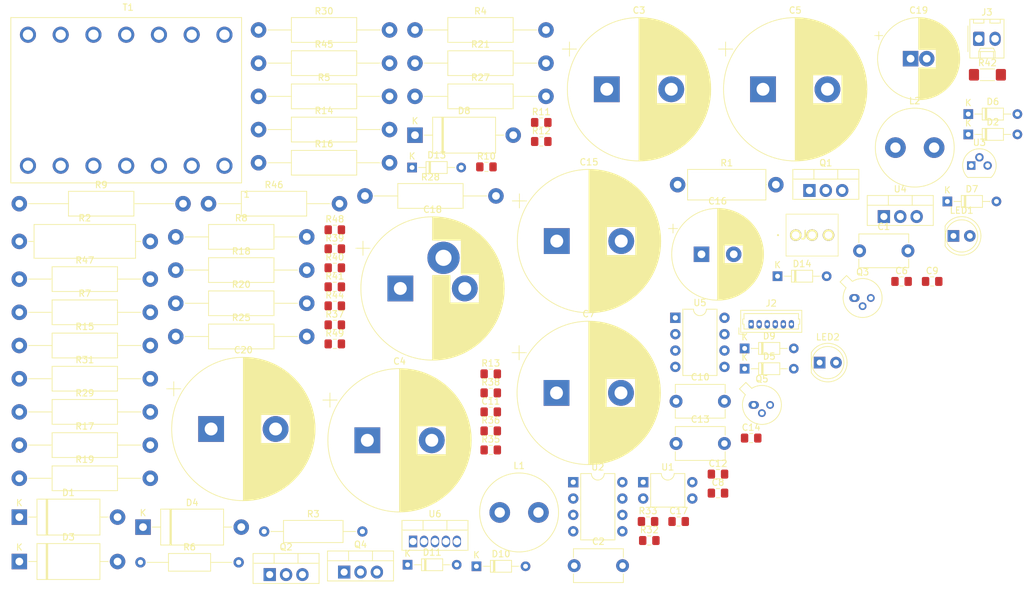
<source format=kicad_pcb>
(kicad_pcb (version 20171130) (host pcbnew "(5.1.6)-1")
  (layers (0 F.Cu signal) (31 B.Cu signal) (34 B.Paste user) (35 F.Paste user) (36 B.SilkS user) (37 F.SilkS user) (38 B.Mask user) (39 F.Mask user) (44 Edge.Cuts user))
  (net 0 "")
  (net 1 "Net-(C1-Pad2)")
  (net 2 "Net-(C1-Pad1)")
  (net 3 "Net-(C2-Pad1)")
  (net 4 "Net-(C2-Pad2)")
  (net 5 "Net-(C3-Pad1)")
  (net 6 Earth)
  (net 7 "Net-(C4-Pad1)")
  (net 8 48V)
  (net 9 TO_FB1)
  (net 10 "Net-(C8-Pad1)")
  (net 11 "Net-(C11-Pad2)")
  (net 12 "Net-(C12-Pad2)")
  (net 13 "Net-(C12-Pad1)")
  (net 14 "Net-(C13-Pad1)")
  (net 15 "Net-(C14-Pad2)")
  (net 16 "Net-(C15-Pad2)")
  (net 17 5V)
  (net 18 "Net-(C18-Pad1)")
  (net 19 OPTO_2)
  (net 20 "Net-(C20-Pad1)")
  (net 21 358IN)
  (net 22 "Net-(D2-Pad1)")
  (net 23 "Net-(D2-Pad2)")
  (net 24 "Net-(D3-Pad2)")
  (net 25 "Net-(D4-Pad1)")
  (net 26 "Net-(D5-Pad2)")
  (net 27 "Net-(D11-Pad2)")
  (net 28 "Net-(D6-Pad1)")
  (net 29 OPTO_POS+)
  (net 30 "Net-(D8-Pad1)")
  (net 31 /Qin)
  (net 32 "Net-(D9-Pad2)")
  (net 33 "Net-(D10-Pad2)")
  (net 34 "Net-(D11-Pad1)")
  (net 35 "Net-(D13-Pad1)")
  (net 36 "Net-(D13-Pad2)")
  (net 37 "Net-(J1-Pad3)")
  (net 38 "Net-(J3-Pad2)")
  (net 39 "Net-(LED1-Pad2)")
  (net 40 "Net-(LED2-Pad2)")
  (net 41 "Net-(Q3-Pad3)")
  (net 42 "Net-(Q4-Pad3)")
  (net 43 "Net-(Q5-Pad2)")
  (net 44 "Net-(R13-Pad2)")
  (net 45 "Net-(R13-Pad1)")
  (net 46 "Net-(R14-Pad1)")
  (net 47 "Net-(R14-Pad2)")
  (net 48 "Net-(R28-Pad2)")
  (net 49 "Net-(R28-Pad1)")
  (net 50 "Net-(R29-Pad1)")
  (net 51 "Net-(R29-Pad2)")
  (net 52 "Net-(R31-Pad2)")
  (net 53 /INPUTB)
  (net 54 "Net-(R37-Pad1)")
  (net 55 "Net-(R37-Pad2)")
  (net 56 "Net-(R38-Pad2)")
  (net 57 "Net-(R42-Pad1)")
  (module Capacitor_THT:C_Disc_D7.5mm_W5.0mm_P7.50mm (layer F.Cu) (at 208.660001 50.940001)
    (fp_text reference C1 (at 3.75 -3.75) (layer F.SilkS))
    (fp_text value C)
    (pad 2 thru_hole circle (at 7.5 0) (size 2 2) (drill 1) (layers *.Cu *.Mask) (net 1 "Net-(C1-Pad2)"))
    (pad 1 thru_hole circle (at 0 0) (size 2 2) (drill 1) (layers *.Cu *.Mask) (net 2 "Net-(C1-Pad1)"))
  )
  (module Capacitor_THT:C_Disc_D7.5mm_W5.0mm_P7.50mm (layer F.Cu) (at 164.390001 99.780001)
    (fp_text reference C2 (at 3.75 -3.75) (layer F.SilkS))
    (fp_text value C)
    (pad 1 thru_hole circle (at 0 0) (size 2 2) (drill 1) (layers *.Cu *.Mask) (net 3 "Net-(C2-Pad1)"))
    (pad 2 thru_hole circle (at 7.5 0) (size 2 2) (drill 1) (layers *.Cu *.Mask) (net 4 "Net-(C2-Pad2)"))
  )
  (module Capacitor_THT:CP_Radial_D22.0mm_P10.00mm_SnapIn (layer F.Cu) (at 169.444338 25.880001)
    (fp_text reference C3 (at 5 -12.25) (layer F.SilkS))
    (fp_text value CP)
    (pad 1 thru_hole rect (at 0 0) (size 4 4) (drill 2) (layers *.Cu *.Mask) (net 5 "Net-(C3-Pad1)"))
    (pad 2 thru_hole circle (at 10 0) (size 4 4) (drill 2) (layers *.Cu *.Mask) (net 6 Earth))
  )
  (module Capacitor_THT:CP_Radial_D22.0mm_P10.00mm_SnapIn (layer F.Cu) (at 132.294338 80.330001)
    (fp_text reference C4 (at 5 -12.25) (layer F.SilkS))
    (fp_text value CP)
    (pad 2 thru_hole circle (at 10 0) (size 4 4) (drill 2) (layers *.Cu *.Mask) (net 6 Earth))
    (pad 1 thru_hole rect (at 0 0) (size 4 4) (drill 2) (layers *.Cu *.Mask) (net 7 "Net-(C4-Pad1)"))
  )
  (module Capacitor_THT:CP_Radial_D22.0mm_P10.00mm_SnapIn (layer F.Cu) (at 193.674338 25.880001)
    (fp_text reference C5 (at 5 -12.25) (layer F.SilkS))
    (fp_text value CP)
    (pad 1 thru_hole rect (at 0 0) (size 4 4) (drill 2) (layers *.Cu *.Mask) (net 1 "Net-(C1-Pad2)"))
    (pad 2 thru_hole circle (at 10 0) (size 4 4) (drill 2) (layers *.Cu *.Mask) (net 6 Earth))
  )
  (module Capacitor_SMD:C_0805_2012Metric_Pad1.15x1.40mm_HandSolder (layer F.Cu) (at 215.170001 55.690001)
    (fp_text reference C6 (at 0 -1.65) (layer F.SilkS))
    (fp_text value C)
    (pad 1 smd roundrect (at -1.025 0) (size 1.15 1.4) (layers F.Cu F.Paste F.Mask) (roundrect_rratio 0.217391) (net 6 Earth))
    (pad 2 smd roundrect (at 1.025 0) (size 1.15 1.4) (layers F.Cu F.Paste F.Mask) (roundrect_rratio 0.217391) (net 8 48V))
  )
  (module Capacitor_THT:CP_Radial_D22.0mm_P10.00mm_SnapIn (layer F.Cu) (at 161.644338 72.980001)
    (fp_text reference C7 (at 5 -12.25) (layer F.SilkS))
    (fp_text value C)
    (pad 2 thru_hole circle (at 10 0) (size 4 4) (drill 2) (layers *.Cu *.Mask) (net 6 Earth))
    (pad 1 thru_hole rect (at 0 0) (size 4 4) (drill 2) (layers *.Cu *.Mask) (net 9 TO_FB1))
  )
  (module Capacitor_SMD:C_0805_2012Metric_Pad1.15x1.40mm_HandSolder (layer F.Cu) (at 186.690001 88.530001)
    (fp_text reference C8 (at 0 -1.65) (layer F.SilkS))
    (fp_text value CP)
    (pad 1 smd roundrect (at -1.025 0) (size 1.15 1.4) (layers F.Cu F.Paste F.Mask) (roundrect_rratio 0.217391) (net 10 "Net-(C8-Pad1)"))
    (pad 2 smd roundrect (at 1.025 0) (size 1.15 1.4) (layers F.Cu F.Paste F.Mask) (roundrect_rratio 0.217391) (net 6 Earth))
  )
  (module Capacitor_SMD:C_0805_2012Metric_Pad1.15x1.40mm_HandSolder (layer F.Cu) (at 219.920001 55.690001)
    (fp_text reference C9 (at 0 -1.65) (layer F.SilkS))
    (fp_text value CP)
    (pad 1 smd roundrect (at -1.025 0) (size 1.15 1.4) (layers F.Cu F.Paste F.Mask) (roundrect_rratio 0.217391) (net 9 TO_FB1))
    (pad 2 smd roundrect (at 1.025 0) (size 1.15 1.4) (layers F.Cu F.Paste F.Mask) (roundrect_rratio 0.217391) (net 6 Earth))
  )
  (module Capacitor_THT:C_Disc_D7.5mm_W5.0mm_P7.50mm (layer F.Cu) (at 180.190001 74.280001)
    (fp_text reference C10 (at 3.75 -3.75) (layer F.SilkS))
    (fp_text value C)
    (pad 1 thru_hole circle (at 0 0) (size 2 2) (drill 1) (layers *.Cu *.Mask) (net 6 Earth))
    (pad 2 thru_hole circle (at 7.5 0) (size 2 2) (drill 1) (layers *.Cu *.Mask) (net 6 Earth))
  )
  (module Capacitor_SMD:C_0805_2012Metric_Pad1.15x1.40mm_HandSolder (layer F.Cu) (at 151.440001 75.930001)
    (fp_text reference C11 (at 0 -1.65) (layer F.SilkS))
    (fp_text value C)
    (pad 1 smd roundrect (at -1.025 0) (size 1.15 1.4) (layers F.Cu F.Paste F.Mask) (roundrect_rratio 0.217391) (net 6 Earth))
    (pad 2 smd roundrect (at 1.025 0) (size 1.15 1.4) (layers F.Cu F.Paste F.Mask) (roundrect_rratio 0.217391) (net 11 "Net-(C11-Pad2)"))
  )
  (module Capacitor_SMD:C_0805_2012Metric_Pad1.15x1.40mm_HandSolder (layer F.Cu) (at 186.690001 85.580001)
    (fp_text reference C12 (at 0 -1.65) (layer F.SilkS))
    (fp_text value C)
    (pad 2 smd roundrect (at 1.025 0) (size 1.15 1.4) (layers F.Cu F.Paste F.Mask) (roundrect_rratio 0.217391) (net 12 "Net-(C12-Pad2)"))
    (pad 1 smd roundrect (at -1.025 0) (size 1.15 1.4) (layers F.Cu F.Paste F.Mask) (roundrect_rratio 0.217391) (net 13 "Net-(C12-Pad1)"))
  )
  (module Capacitor_THT:C_Disc_D7.5mm_W5.0mm_P7.50mm (layer F.Cu) (at 180.190001 80.830001)
    (fp_text reference C13 (at 3.75 -3.75) (layer F.SilkS))
    (fp_text value C)
    (pad 2 thru_hole circle (at 7.5 0) (size 2 2) (drill 1) (layers *.Cu *.Mask) (net 13 "Net-(C12-Pad1)"))
    (pad 1 thru_hole circle (at 0 0) (size 2 2) (drill 1) (layers *.Cu *.Mask) (net 14 "Net-(C13-Pad1)"))
  )
  (module Capacitor_SMD:C_0805_2012Metric_Pad1.15x1.40mm_HandSolder (layer F.Cu) (at 191.840001 79.990001)
    (fp_text reference C14 (at 0 -1.65) (layer F.SilkS))
    (fp_text value C)
    (pad 2 smd roundrect (at 1.025 0) (size 1.15 1.4) (layers F.Cu F.Paste F.Mask) (roundrect_rratio 0.217391) (net 15 "Net-(C14-Pad2)"))
    (pad 1 smd roundrect (at -1.025 0) (size 1.15 1.4) (layers F.Cu F.Paste F.Mask) (roundrect_rratio 0.217391) (net 6 Earth))
  )
  (module Capacitor_THT:CP_Radial_D22.0mm_P10.00mm_SnapIn (layer F.Cu) (at 161.684338 49.430001)
    (fp_text reference C15 (at 5 -12.25) (layer F.SilkS))
    (fp_text value C)
    (pad 2 thru_hole circle (at 10 0) (size 4 4) (drill 2) (layers *.Cu *.Mask) (net 16 "Net-(C15-Pad2)"))
    (pad 1 thru_hole rect (at 0 0) (size 4 4) (drill 2) (layers *.Cu *.Mask) (net 6 Earth))
  )
  (module Capacitor_THT:CP_Radial_D14.0mm_P5.00mm (layer F.Cu) (at 184.134544 51.480001)
    (fp_text reference C16 (at 2.5 -8.25) (layer F.SilkS))
    (fp_text value CP)
    (pad 1 thru_hole rect (at 0 0) (size 2.4 2.4) (drill 1.2) (layers *.Cu *.Mask) (net 17 5V))
    (pad 2 thru_hole circle (at 5 0) (size 2.4 2.4) (drill 1.2) (layers *.Cu *.Mask) (net 6 Earth))
  )
  (module Capacitor_SMD:C_0805_2012Metric_Pad1.15x1.40mm_HandSolder (layer F.Cu) (at 180.590001 92.930001)
    (fp_text reference C17 (at 0 -1.65) (layer F.SilkS))
    (fp_text value C)
    (pad 2 smd roundrect (at 1.025 0) (size 1.15 1.4) (layers F.Cu F.Paste F.Mask) (roundrect_rratio 0.217391) (net 6 Earth))
    (pad 1 smd roundrect (at -1.025 0) (size 1.15 1.4) (layers F.Cu F.Paste F.Mask) (roundrect_rratio 0.217391) (net 17 5V))
  )
  (module Capacitor_THT:CP_Radial_D22.0mm_P10.00mm_3pin_SnapIn (layer F.Cu) (at 137.414338 56.780001)
    (fp_text reference C18 (at 5 -12.25) (layer F.SilkS))
    (fp_text value CP)
    (pad 1 thru_hole rect (at 0 0) (size 4 4) (drill 2) (layers *.Cu *.Mask) (net 18 "Net-(C18-Pad1)"))
    (pad 2 thru_hole circle (at 10 0) (size 4 4) (drill 2) (layers *.Cu *.Mask) (net 6 Earth))
    (pad 2 thru_hole circle (at 6.7 -4.75) (size 5 5) (drill 2.5) (layers *.Cu *.Mask) (net 6 Earth))
  )
  (module Capacitor_THT:CP_Radial_D12.5mm_P2.50mm (layer F.Cu) (at 216.572083 21.130001)
    (fp_text reference C19 (at 1.25 -7.5) (layer F.SilkS))
    (fp_text value CP)
    (pad 1 thru_hole rect (at 0 0) (size 2.4 2.4) (drill 1.2) (layers *.Cu *.Mask) (net 19 OPTO_2))
    (pad 2 thru_hole circle (at 2.5 0) (size 2.4 2.4) (drill 1.2) (layers *.Cu *.Mask) (net 6 Earth))
  )
  (module Capacitor_THT:CP_Radial_D22.0mm_P10.00mm_SnapIn (layer F.Cu) (at 108.064338 78.580001)
    (fp_text reference C20 (at 5 -12.25) (layer F.SilkS))
    (fp_text value CP)
    (pad 1 thru_hole rect (at 0 0) (size 4 4) (drill 2) (layers *.Cu *.Mask) (net 20 "Net-(C20-Pad1)"))
    (pad 2 thru_hole circle (at 10 0) (size 4 4) (drill 2) (layers *.Cu *.Mask) (net 6 Earth))
  )
  (module Diode_THT:D_DO-27_P15.24mm_Horizontal (layer F.Cu) (at 78.310001 92.250001)
    (fp_text reference D1 (at 7.62 -3.785) (layer F.SilkS))
    (fp_text value 1N4007)
    (fp_text user K (at 0 -2.2) (layer F.SilkS))
    (pad 2 thru_hole oval (at 15.24 0) (size 2.4 2.4) (drill 1.2) (layers *.Cu *.Mask) (net 7 "Net-(C4-Pad1)"))
    (pad 1 thru_hole rect (at 0 0) (size 2.4 2.4) (drill 1.2) (layers *.Cu *.Mask) (net 21 358IN))
  )
  (module Diode_THT:D_DO-34_SOD68_P7.62mm_Horizontal (layer F.Cu) (at 225.520001 32.880001)
    (fp_text reference D2 (at 3.81 -1.92) (layer F.SilkS))
    (fp_text value 4148)
    (fp_text user K (at 0 -1.75) (layer F.SilkS))
    (pad 1 thru_hole rect (at 0 0) (size 1.5 1.5) (drill 0.75) (layers *.Cu *.Mask) (net 22 "Net-(D2-Pad1)"))
    (pad 2 thru_hole oval (at 7.62 0) (size 1.5 1.5) (drill 0.75) (layers *.Cu *.Mask) (net 23 "Net-(D2-Pad2)"))
  )
  (module Diode_THT:D_DO-27_P15.24mm_Horizontal (layer F.Cu) (at 78.310001 99.140001)
    (fp_text reference D3 (at 7.62 -3.785) (layer F.SilkS))
    (fp_text value 1N4007)
    (fp_text user K (at 0 -2.2) (layer F.SilkS))
    (pad 1 thru_hole rect (at 0 0) (size 2.4 2.4) (drill 1.2) (layers *.Cu *.Mask) (net 6 Earth))
    (pad 2 thru_hole oval (at 15.24 0) (size 2.4 2.4) (drill 1.2) (layers *.Cu *.Mask) (net 24 "Net-(D3-Pad2)"))
  )
  (module Diode_THT:D_DO-27_P15.24mm_Horizontal (layer F.Cu) (at 97.500001 93.800001)
    (fp_text reference D4 (at 7.62 -3.785) (layer F.SilkS))
    (fp_text value D)
    (fp_text user K (at 0 -2.2) (layer F.SilkS))
    (pad 2 thru_hole oval (at 15.24 0) (size 2.4 2.4) (drill 1.2) (layers *.Cu *.Mask) (net 2 "Net-(C1-Pad1)"))
    (pad 1 thru_hole rect (at 0 0) (size 2.4 2.4) (drill 1.2) (layers *.Cu *.Mask) (net 25 "Net-(D4-Pad1)"))
  )
  (module Diode_THT:D_DO-34_SOD68_P7.62mm_Horizontal (layer F.Cu) (at 190.830001 69.230001)
    (fp_text reference D5 (at 3.81 -1.92) (layer F.SilkS))
    (fp_text value 24V)
    (fp_text user K (at 0 -1.75) (layer F.SilkS))
    (pad 2 thru_hole oval (at 7.62 0) (size 1.5 1.5) (drill 0.75) (layers *.Cu *.Mask) (net 26 "Net-(D5-Pad2)"))
    (pad 1 thru_hole rect (at 0 0) (size 1.5 1.5) (drill 0.75) (layers *.Cu *.Mask) (net 27 "Net-(D11-Pad2)"))
  )
  (module Diode_THT:D_DO-34_SOD68_P7.62mm_Horizontal (layer F.Cu) (at 225.520001 29.730001)
    (fp_text reference D6 (at 3.81 -1.92) (layer F.SilkS))
    (fp_text value 4148)
    (fp_text user K (at 0 -1.75) (layer F.SilkS))
    (pad 2 thru_hole oval (at 7.62 0) (size 1.5 1.5) (drill 0.75) (layers *.Cu *.Mask) (net 18 "Net-(C18-Pad1)"))
    (pad 1 thru_hole rect (at 0 0) (size 1.5 1.5) (drill 0.75) (layers *.Cu *.Mask) (net 28 "Net-(D6-Pad1)"))
  )
  (module Diode_THT:D_DO-34_SOD68_P7.62mm_Horizontal (layer F.Cu) (at 222.270001 43.280001)
    (fp_text reference D7 (at 3.81 -1.92) (layer F.SilkS))
    (fp_text value 4148)
    (fp_text user K (at 0 -1.75) (layer F.SilkS))
    (pad 2 thru_hole oval (at 7.62 0) (size 1.5 1.5) (drill 0.75) (layers *.Cu *.Mask) (net 5 "Net-(C3-Pad1)"))
    (pad 1 thru_hole rect (at 0 0) (size 1.5 1.5) (drill 0.75) (layers *.Cu *.Mask) (net 29 OPTO_POS+))
  )
  (module Diode_THT:D_DO-27_P15.24mm_Horizontal (layer F.Cu) (at 139.690001 33.000001)
    (fp_text reference D8 (at 7.62 -3.785) (layer F.SilkS))
    (fp_text value DIODE)
    (fp_text user K (at 0 -2.2) (layer F.SilkS))
    (pad 1 thru_hole rect (at 0 0) (size 2.4 2.4) (drill 1.2) (layers *.Cu *.Mask) (net 30 "Net-(D8-Pad1)"))
    (pad 2 thru_hole oval (at 15.24 0) (size 2.4 2.4) (drill 1.2) (layers *.Cu *.Mask) (net 20 "Net-(C20-Pad1)"))
  )
  (module Diode_THT:D_DO-34_SOD68_P7.62mm_Horizontal (layer F.Cu) (at 190.830001 66.080001)
    (fp_text reference D9 (at 3.81 -1.92) (layer F.SilkS))
    (fp_text value 4148)
    (fp_text user K (at 0 -1.75) (layer F.SilkS))
    (pad 1 thru_hole rect (at 0 0) (size 1.5 1.5) (drill 0.75) (layers *.Cu *.Mask) (net 31 /Qin))
    (pad 2 thru_hole oval (at 7.62 0) (size 1.5 1.5) (drill 0.75) (layers *.Cu *.Mask) (net 32 "Net-(D9-Pad2)"))
  )
  (module Diode_THT:D_DO-34_SOD68_P7.62mm_Horizontal (layer F.Cu) (at 149.220001 99.880001)
    (fp_text reference D10 (at 3.81 -1.92) (layer F.SilkS))
    (fp_text value 4148)
    (fp_text user K (at 0 -1.75) (layer F.SilkS))
    (pad 1 thru_hole rect (at 0 0) (size 1.5 1.5) (drill 0.75) (layers *.Cu *.Mask) (net 31 /Qin))
    (pad 2 thru_hole oval (at 7.62 0) (size 1.5 1.5) (drill 0.75) (layers *.Cu *.Mask) (net 33 "Net-(D10-Pad2)"))
  )
  (module Diode_THT:D_DO-34_SOD68_P7.62mm_Horizontal (layer F.Cu) (at 138.540001 99.640001)
    (fp_text reference D11 (at 3.81 -1.92) (layer F.SilkS))
    (fp_text value 24V)
    (fp_text user K (at 0 -1.75) (layer F.SilkS))
    (pad 1 thru_hole rect (at 0 0) (size 1.5 1.5) (drill 0.75) (layers *.Cu *.Mask) (net 34 "Net-(D11-Pad1)"))
    (pad 2 thru_hole oval (at 7.62 0) (size 1.5 1.5) (drill 0.75) (layers *.Cu *.Mask) (net 27 "Net-(D11-Pad2)"))
  )
  (module Diode_THT:D_DO-34_SOD68_P7.62mm_Horizontal (layer F.Cu) (at 139.240001 38.020001)
    (fp_text reference D13 (at 3.81 -1.92) (layer F.SilkS))
    (fp_text value 4148)
    (fp_text user K (at 0 -1.75) (layer F.SilkS))
    (pad 1 thru_hole rect (at 0 0) (size 1.5 1.5) (drill 0.75) (layers *.Cu *.Mask) (net 35 "Net-(D13-Pad1)"))
    (pad 2 thru_hole oval (at 7.62 0) (size 1.5 1.5) (drill 0.75) (layers *.Cu *.Mask) (net 36 "Net-(D13-Pad2)"))
  )
  (module Diode_THT:D_DO-34_SOD68_P7.62mm_Horizontal (layer F.Cu) (at 195.930001 54.880001)
    (fp_text reference D14 (at 3.81 -1.92) (layer F.SilkS))
    (fp_text value 4148)
    (fp_text user K (at 0 -1.75) (layer F.SilkS))
    (pad 2 thru_hole oval (at 7.62 0) (size 1.5 1.5) (drill 0.75) (layers *.Cu *.Mask) (net 35 "Net-(D13-Pad1)"))
    (pad 1 thru_hole rect (at 0 0) (size 1.5 1.5) (drill 0.75) (layers *.Cu *.Mask) (net 31 /Qin))
  )
  (module 282834-3:2828343 (layer F.Cu) (at 198.755001 48.505001)
    (fp_text reference J1 (at 1.89 0) (layer F.SilkS) (effects (font (size 1.27 1.27) (thickness 0.254))))
    (fp_text value Screw_Terminal_01x03 hide)
    (pad 1 thru_hole circle (at 0 0 90) (size 1.8 1.8) (drill 1.2) (layers *.Cu *.Mask F.SilkS) (net 6 Earth))
    (pad 2 thru_hole circle (at 2.54 0 90) (size 1.8 1.8) (drill 1.2) (layers *.Cu *.Mask F.SilkS) (net 21 358IN))
    (pad 3 thru_hole circle (at 5.08 0 90) (size 1.8 1.8) (drill 1.2) (layers *.Cu *.Mask F.SilkS) (net 37 "Net-(J1-Pad3)"))
  )
  (module Connector_Molex:Molex_PicoBlade_53047-0610_1x06_P1.25mm_Vertical (layer F.Cu) (at 191.830001 62.330001)
    (fp_text reference J2 (at 3.12 -3.25) (layer F.SilkS))
    (fp_text value "FEMALE 06")
    (pad 1 thru_hole roundrect (at 0 0) (size 0.8 1.3) (drill 0.5) (layers *.Cu *.Mask) (net 6 Earth))
    (pad 2 thru_hole oval (at 1.25 0) (size 0.8 1.3) (drill 0.5) (layers *.Cu *.Mask) (net 17 5V))
    (pad 3 thru_hole oval (at 2.5 0) (size 0.8 1.3) (drill 0.5) (layers *.Cu *.Mask) (net 6 Earth))
    (pad 4 thru_hole oval (at 3.75 0) (size 0.8 1.3) (drill 0.5) (layers *.Cu *.Mask) (net 6 Earth))
    (pad 5 thru_hole oval (at 5 0) (size 0.8 1.3) (drill 0.5) (layers *.Cu *.Mask) (net 8 48V))
    (pad 6 thru_hole oval (at 6.25 0) (size 0.8 1.3) (drill 0.5) (layers *.Cu *.Mask) (net 8 48V))
  )
  (module Connector_Molex:Molex_KK-254_AE-6410-02A_1x02_P2.54mm_Vertical (layer F.Cu) (at 227.140001 18.050001)
    (fp_text reference J3 (at 1.27 -4.12) (layer F.SilkS))
    (fp_text value Conn_01x02)
    (pad 1 thru_hole roundrect (at 0 0) (size 1.74 2.19) (drill 1.19) (layers *.Cu *.Mask) (roundrect_rratio 0.143678) (net 6 Earth))
    (pad 2 thru_hole oval (at 2.54 0) (size 1.74 2.19) (drill 1.19) (layers *.Cu *.Mask) (net 38 "Net-(J3-Pad2)"))
  )
  (module Inductor_THT:L_Radial_D12.0mm_P6.00mm_MuRATA_1900R (layer F.Cu) (at 152.840001 91.530001)
    (fp_text reference L1 (at 3 -7.25) (layer F.SilkS))
    (fp_text value L)
    (pad 1 thru_hole circle (at 0 0) (size 3.2 3.2) (drill 1.6) (layers *.Cu *.Mask) (net 19 OPTO_2))
    (pad 2 thru_hole circle (at 6 0) (size 3.2 3.2) (drill 1.6) (layers *.Cu *.Mask) (net 8 48V))
  )
  (module Inductor_THT:L_Radial_D12.0mm_P6.00mm_MuRATA_1900R (layer F.Cu) (at 214.220001 34.930001)
    (fp_text reference L2 (at 3 -7.25) (layer F.SilkS))
    (fp_text value L)
    (pad 2 thru_hole circle (at 6 0) (size 3.2 3.2) (drill 1.6) (layers *.Cu *.Mask) (net 10 "Net-(C8-Pad1)"))
    (pad 1 thru_hole circle (at 0 0) (size 3.2 3.2) (drill 1.6) (layers *.Cu *.Mask) (net 24 "Net-(D3-Pad2)"))
  )
  (module LED_THT:LED_D5.0mm (layer F.Cu) (at 223.220001 48.630001)
    (fp_text reference LED1 (at 1.27 -3.96) (layer F.SilkS))
    (fp_text value GREEN)
    (pad 2 thru_hole circle (at 2.54 0) (size 1.8 1.8) (drill 0.9) (layers *.Cu *.Mask) (net 39 "Net-(LED1-Pad2)"))
    (pad 1 thru_hole rect (at 0 0) (size 1.8 1.8) (drill 0.9) (layers *.Cu *.Mask) (net 6 Earth))
  )
  (module LED_THT:LED_D5.0mm (layer F.Cu) (at 202.460001 68.280001)
    (fp_text reference LED2 (at 1.27 -3.96) (layer F.SilkS))
    (fp_text value GREEN)
    (pad 1 thru_hole rect (at 0 0) (size 1.8 1.8) (drill 0.9) (layers *.Cu *.Mask) (net 6 Earth))
    (pad 2 thru_hole circle (at 2.54 0) (size 1.8 1.8) (drill 0.9) (layers *.Cu *.Mask) (net 40 "Net-(LED2-Pad2)"))
  )
  (module Package_TO_SOT_THT:TO-220-3_Vertical (layer F.Cu) (at 200.880001 41.580001)
    (fp_text reference Q1 (at 2.54 -4.27) (layer F.SilkS))
    (fp_text value MBR20100CT)
    (pad 3 thru_hole oval (at 5.08 0) (size 1.905 2) (drill 1.1) (layers *.Cu *.Mask) (net 21 358IN))
    (pad 2 thru_hole oval (at 2.54 0) (size 1.905 2) (drill 1.1) (layers *.Cu *.Mask) (net 1 "Net-(C1-Pad2)"))
    (pad 1 thru_hole rect (at 0 0) (size 1.905 2) (drill 1.1) (layers *.Cu *.Mask) (net 21 358IN))
  )
  (module Package_TO_SOT_THT:TO-220-3_Vertical (layer F.Cu) (at 117.150001 101.170001)
    (fp_text reference Q2 (at 2.54 -4.27) (layer F.SilkS))
    (fp_text value MBR20100CT)
    (pad 3 thru_hole oval (at 5.08 0) (size 1.905 2) (drill 1.1) (layers *.Cu *.Mask) (net 4 "Net-(C2-Pad2)"))
    (pad 2 thru_hole oval (at 2.54 0) (size 1.905 2) (drill 1.1) (layers *.Cu *.Mask) (net 19 OPTO_2))
    (pad 1 thru_hole rect (at 0 0) (size 1.905 2) (drill 1.1) (layers *.Cu *.Mask) (net 4 "Net-(C2-Pad2)"))
  )
  (module Package_TO_SOT_THT:TO-18-3 (layer F.Cu) (at 207.859449 58.259449)
    (fp_text reference Q3 (at 1.27 -4.02) (layer F.SilkS))
    (fp_text value PN2222A)
    (pad 3 thru_hole oval (at 2.54 0) (size 1.2 1.2) (drill 0.7) (layers *.Cu *.Mask) (net 41 "Net-(Q3-Pad3)"))
    (pad 2 thru_hole oval (at 1.27 1.27) (size 1.2 1.2) (drill 0.7) (layers *.Cu *.Mask) (net 36 "Net-(D13-Pad2)"))
    (pad 1 thru_hole oval (at 0 0) (size 1.6 1.2) (drill 0.7) (layers *.Cu *.Mask) (net 6 Earth))
  )
  (module Package_TO_SOT_THT:TO-220-3_Vertical (layer F.Cu) (at 128.700001 100.780001)
    (fp_text reference Q4 (at 2.54 -4.27) (layer F.SilkS))
    (fp_text value IRF540N)
    (pad 1 thru_hole rect (at 0 0) (size 1.905 2) (drill 1.1) (layers *.Cu *.Mask) (net 22 "Net-(D2-Pad1)"))
    (pad 2 thru_hole oval (at 2.54 0) (size 1.905 2) (drill 1.1) (layers *.Cu *.Mask) (net 25 "Net-(D4-Pad1)"))
    (pad 3 thru_hole oval (at 5.08 0) (size 1.905 2) (drill 1.1) (layers *.Cu *.Mask) (net 42 "Net-(Q4-Pad3)"))
  )
  (module Package_TO_SOT_THT:TO-18-3 (layer F.Cu) (at 192.239449 74.849449)
    (fp_text reference Q5 (at 1.27 -4.02) (layer F.SilkS))
    (fp_text value PN2222A)
    (pad 1 thru_hole oval (at 0 0) (size 1.6 1.2) (drill 0.7) (layers *.Cu *.Mask) (net 6 Earth))
    (pad 2 thru_hole oval (at 1.27 1.27) (size 1.2 1.2) (drill 0.7) (layers *.Cu *.Mask) (net 43 "Net-(Q5-Pad2)"))
    (pad 3 thru_hole oval (at 2.54 0) (size 1.2 1.2) (drill 0.7) (layers *.Cu *.Mask) (net 29 OPTO_POS+))
  )
  (module Resistor_THT:R_Axial_DIN0414_L11.9mm_D4.5mm_P15.24mm_Horizontal (layer F.Cu) (at 180.430001 40.680001)
    (fp_text reference R1 (at 7.62 -3.37) (layer F.SilkS))
    (fp_text value 100E)
    (pad 1 thru_hole circle (at 0 0) (size 2.4 2.4) (drill 1.2) (layers *.Cu *.Mask) (net 6 Earth))
    (pad 2 thru_hole oval (at 15.24 0) (size 2.4 2.4) (drill 1.2) (layers *.Cu *.Mask) (net 5 "Net-(C3-Pad1)"))
  )
  (module Resistor_THT:R_Axial_DIN0516_L15.5mm_D5.0mm_P20.32mm_Horizontal (layer F.Cu) (at 78.310001 49.480001)
    (fp_text reference R2 (at 10.16 -3.62) (layer F.SilkS))
    (fp_text value 10E)
    (pad 1 thru_hole circle (at 0 0) (size 2.4 2.4) (drill 1.2) (layers *.Cu *.Mask) (net 19 OPTO_2))
    (pad 2 thru_hole oval (at 20.32 0) (size 2.4 2.4) (drill 1.2) (layers *.Cu *.Mask) (net 3 "Net-(C2-Pad1)"))
  )
  (module Resistor_THT:R_Axial_DIN0309_L9.0mm_D3.2mm_P15.24mm_Horizontal (layer F.Cu) (at 116.290001 94.480001)
    (fp_text reference R3 (at 7.62 -2.72) (layer F.SilkS))
    (fp_text value "4K7 1/2W")
    (pad 1 thru_hole circle (at 0 0) (size 1.6 1.6) (drill 0.8) (layers *.Cu *.Mask) (net 1 "Net-(C1-Pad2)"))
    (pad 2 thru_hole oval (at 15.24 0) (size 1.6 1.6) (drill 0.8) (layers *.Cu *.Mask) (net 9 TO_FB1))
  )
  (module Resistor_THT:R_Axial_DIN0411_L9.9mm_D3.6mm_P20.32mm_Horizontal (layer F.Cu) (at 139.690001 16.680001)
    (fp_text reference R4 (at 10.16 -2.92) (layer F.SilkS))
    (fp_text value E15)
    (pad 2 thru_hole oval (at 20.32 0) (size 2.4 2.4) (drill 1.2) (layers *.Cu *.Mask) (net 42 "Net-(Q4-Pad3)"))
    (pad 1 thru_hole circle (at 0 0) (size 2.4 2.4) (drill 1.2) (layers *.Cu *.Mask) (net 6 Earth))
  )
  (module Resistor_THT:R_Axial_DIN0411_L9.9mm_D3.6mm_P20.32mm_Horizontal (layer F.Cu) (at 115.420001 26.980001)
    (fp_text reference R5 (at 10.16 -2.92) (layer F.SilkS))
    (fp_text value 2E2)
    (pad 2 thru_hole oval (at 20.32 0) (size 2.4 2.4) (drill 1.2) (layers *.Cu *.Mask) (net 9 TO_FB1))
    (pad 1 thru_hole circle (at 0 0) (size 2.4 2.4) (drill 1.2) (layers *.Cu *.Mask) (net 18 "Net-(C18-Pad1)"))
  )
  (module Resistor_THT:R_Axial_DIN0207_L6.3mm_D2.5mm_P15.24mm_Horizontal (layer F.Cu) (at 97.100001 99.270001)
    (fp_text reference R6 (at 7.62 -2.37) (layer F.SilkS))
    (fp_text value 47K)
    (pad 1 thru_hole circle (at 0 0) (size 1.6 1.6) (drill 0.8) (layers *.Cu *.Mask) (net 1 "Net-(C1-Pad2)"))
    (pad 2 thru_hole oval (at 15.24 0) (size 1.6 1.6) (drill 0.8) (layers *.Cu *.Mask) (net 2 "Net-(C1-Pad1)"))
  )
  (module Resistor_THT:R_Axial_DIN0411_L9.9mm_D3.6mm_P20.32mm_Horizontal (layer F.Cu) (at 78.310001 60.480001)
    (fp_text reference R7 (at 10.16 -2.92) (layer F.SilkS))
    (fp_text value 100E)
    (pad 2 thru_hole oval (at 20.32 0) (size 2.4 2.4) (drill 1.2) (layers *.Cu *.Mask) (net 11 "Net-(C11-Pad2)"))
    (pad 1 thru_hole circle (at 0 0) (size 2.4 2.4) (drill 1.2) (layers *.Cu *.Mask) (net 29 OPTO_POS+))
  )
  (module Resistor_THT:R_Axial_DIN0411_L9.9mm_D3.6mm_P20.32mm_Horizontal (layer F.Cu) (at 102.580001 48.780001)
    (fp_text reference R8 (at 10.16 -2.92) (layer F.SilkS))
    (fp_text value 12K)
    (pad 2 thru_hole oval (at 20.32 0) (size 2.4 2.4) (drill 1.2) (layers *.Cu *.Mask) (net 8 48V))
    (pad 1 thru_hole circle (at 0 0) (size 2.4 2.4) (drill 1.2) (layers *.Cu *.Mask) (net 39 "Net-(LED1-Pad2)"))
  )
  (module Resistor_THT:R_Axial_DIN0411_L9.9mm_D3.6mm_P25.40mm_Horizontal (layer F.Cu) (at 78.310001 43.630001)
    (fp_text reference R9 (at 12.7 -2.92) (layer F.SilkS))
    (fp_text value 18K)
    (pad 1 thru_hole circle (at 0 0) (size 2.4 2.4) (drill 1.2) (layers *.Cu *.Mask) (net 44 "Net-(R13-Pad2)"))
    (pad 2 thru_hole oval (at 25.4 0) (size 2.4 2.4) (drill 1.2) (layers *.Cu *.Mask) (net 8 48V))
  )
  (module Resistor_SMD:R_0805_2012Metric_Pad1.15x1.40mm_HandSolder (layer F.Cu) (at 150.770001 37.920001)
    (fp_text reference R10 (at 0 -1.65) (layer F.SilkS))
    (fp_text value R)
    (pad 2 smd roundrect (at 1.025 0) (size 1.15 1.4) (layers F.Cu F.Paste F.Mask) (roundrect_rratio 0.217391) (net 22 "Net-(D2-Pad1)"))
    (pad 1 smd roundrect (at -1.025 0) (size 1.15 1.4) (layers F.Cu F.Paste F.Mask) (roundrect_rratio 0.217391) (net 23 "Net-(D2-Pad2)"))
  )
  (module Resistor_SMD:R_0805_2012Metric_Pad1.15x1.40mm_HandSolder (layer F.Cu) (at 159.280001 31.030001)
    (fp_text reference R11 (at 0 -1.65) (layer F.SilkS))
    (fp_text value 10K)
    (pad 1 smd roundrect (at -1.025 0) (size 1.15 1.4) (layers F.Cu F.Paste F.Mask) (roundrect_rratio 0.217391) (net 36 "Net-(D13-Pad2)"))
    (pad 2 smd roundrect (at 1.025 0) (size 1.15 1.4) (layers F.Cu F.Paste F.Mask) (roundrect_rratio 0.217391) (net 6 Earth))
  )
  (module Resistor_SMD:R_0805_2012Metric_Pad1.15x1.40mm_HandSolder (layer F.Cu) (at 159.280001 33.980001)
    (fp_text reference R12 (at 0 -1.65) (layer F.SilkS))
    (fp_text value 1k2)
    (pad 2 smd roundrect (at 1.025 0) (size 1.15 1.4) (layers F.Cu F.Paste F.Mask) (roundrect_rratio 0.217391) (net 40 "Net-(LED2-Pad2)"))
    (pad 1 smd roundrect (at -1.025 0) (size 1.15 1.4) (layers F.Cu F.Paste F.Mask) (roundrect_rratio 0.217391) (net 17 5V))
  )
  (module Resistor_SMD:R_0805_2012Metric_Pad1.15x1.40mm_HandSolder (layer F.Cu) (at 151.440001 70.030001)
    (fp_text reference R13 (at 0 -1.65) (layer F.SilkS))
    (fp_text value 10K)
    (pad 1 smd roundrect (at -1.025 0) (size 1.15 1.4) (layers F.Cu F.Paste F.Mask) (roundrect_rratio 0.217391) (net 45 "Net-(R13-Pad1)"))
    (pad 2 smd roundrect (at 1.025 0) (size 1.15 1.4) (layers F.Cu F.Paste F.Mask) (roundrect_rratio 0.217391) (net 44 "Net-(R13-Pad2)"))
  )
  (module Resistor_THT:R_Axial_DIN0411_L9.9mm_D3.6mm_P20.32mm_Horizontal (layer F.Cu) (at 115.420001 32.130001)
    (fp_text reference R14 (at 10.16 -2.92) (layer F.SilkS))
    (fp_text value 10K)
    (pad 1 thru_hole circle (at 0 0) (size 2.4 2.4) (drill 1.2) (layers *.Cu *.Mask) (net 46 "Net-(R14-Pad1)"))
    (pad 2 thru_hole oval (at 20.32 0) (size 2.4 2.4) (drill 1.2) (layers *.Cu *.Mask) (net 47 "Net-(R14-Pad2)"))
  )
  (module Resistor_THT:R_Axial_DIN0411_L9.9mm_D3.6mm_P20.32mm_Horizontal (layer F.Cu) (at 78.310001 65.630001)
    (fp_text reference R15 (at 10.16 -2.92) (layer F.SilkS))
    (fp_text value 10K)
    (pad 2 thru_hole oval (at 20.32 0) (size 2.4 2.4) (drill 1.2) (layers *.Cu *.Mask) (net 42 "Net-(Q4-Pad3)"))
    (pad 1 thru_hole circle (at 0 0) (size 2.4 2.4) (drill 1.2) (layers *.Cu *.Mask) (net 22 "Net-(D2-Pad1)"))
  )
  (module Resistor_THT:R_Axial_DIN0411_L9.9mm_D3.6mm_P20.32mm_Horizontal (layer F.Cu) (at 115.420001 37.280001)
    (fp_text reference R16 (at 10.16 -2.92) (layer F.SilkS))
    (fp_text value 2K2)
    (pad 1 thru_hole circle (at 0 0) (size 2.4 2.4) (drill 1.2) (layers *.Cu *.Mask) (net 26 "Net-(D5-Pad2)"))
    (pad 2 thru_hole oval (at 20.32 0) (size 2.4 2.4) (drill 1.2) (layers *.Cu *.Mask) (net 12 "Net-(C12-Pad2)"))
  )
  (module Resistor_THT:R_Axial_DIN0411_L9.9mm_D3.6mm_P20.32mm_Horizontal (layer F.Cu) (at 78.310001 81.080001)
    (fp_text reference R17 (at 10.16 -2.92) (layer F.SilkS))
    (fp_text value 1M)
    (pad 1 thru_hole circle (at 0 0) (size 2.4 2.4) (drill 1.2) (layers *.Cu *.Mask) (net 12 "Net-(C12-Pad2)"))
    (pad 2 thru_hole oval (at 20.32 0) (size 2.4 2.4) (drill 1.2) (layers *.Cu *.Mask) (net 13 "Net-(C12-Pad1)"))
  )
  (module Resistor_THT:R_Axial_DIN0411_L9.9mm_D3.6mm_P20.32mm_Horizontal (layer F.Cu) (at 102.580001 53.930001)
    (fp_text reference R18 (at 10.16 -2.92) (layer F.SilkS))
    (fp_text value 1K)
    (pad 1 thru_hole circle (at 0 0) (size 2.4 2.4) (drill 1.2) (layers *.Cu *.Mask) (net 16 "Net-(C15-Pad2)"))
    (pad 2 thru_hole oval (at 20.32 0) (size 2.4 2.4) (drill 1.2) (layers *.Cu *.Mask) (net 42 "Net-(Q4-Pad3)"))
  )
  (module Resistor_THT:R_Axial_DIN0411_L9.9mm_D3.6mm_P20.32mm_Horizontal (layer F.Cu) (at 78.310001 86.230001)
    (fp_text reference R19 (at 10.16 -2.92) (layer F.SilkS))
    (fp_text value 470E)
    (pad 2 thru_hole oval (at 20.32 0) (size 2.4 2.4) (drill 1.2) (layers *.Cu *.Mask) (net 34 "Net-(D11-Pad1)"))
    (pad 1 thru_hole circle (at 0 0) (size 2.4 2.4) (drill 1.2) (layers *.Cu *.Mask) (net 19 OPTO_2))
  )
  (module Resistor_THT:R_Axial_DIN0411_L9.9mm_D3.6mm_P20.32mm_Horizontal (layer F.Cu) (at 102.580001 59.080001)
    (fp_text reference R20 (at 10.16 -2.92) (layer F.SilkS))
    (fp_text value 100E)
    (pad 1 thru_hole circle (at 0 0) (size 2.4 2.4) (drill 1.2) (layers *.Cu *.Mask) (net 14 "Net-(C13-Pad1)"))
    (pad 2 thru_hole oval (at 20.32 0) (size 2.4 2.4) (drill 1.2) (layers *.Cu *.Mask) (net 12 "Net-(C12-Pad2)"))
  )
  (module Resistor_THT:R_Axial_DIN0411_L9.9mm_D3.6mm_P20.32mm_Horizontal (layer F.Cu) (at 139.690001 21.830001)
    (fp_text reference R21 (at 10.16 -2.92) (layer F.SilkS))
    (fp_text value R)
    (pad 1 thru_hole circle (at 0 0) (size 2.4 2.4) (drill 1.2) (layers *.Cu *.Mask) (net 6 Earth))
    (pad 2 thru_hole oval (at 20.32 0) (size 2.4 2.4) (drill 1.2) (layers *.Cu *.Mask) (net 13 "Net-(C12-Pad1)"))
  )
  (module Resistor_THT:R_Axial_DIN0411_L9.9mm_D3.6mm_P20.32mm_Horizontal (layer F.Cu) (at 102.580001 64.230001)
    (fp_text reference R25 (at 10.16 -2.92) (layer F.SilkS))
    (fp_text value 1K)
    (pad 2 thru_hole oval (at 20.32 0) (size 2.4 2.4) (drill 1.2) (layers *.Cu *.Mask) (net 45 "Net-(R13-Pad1)"))
    (pad 1 thru_hole circle (at 0 0) (size 2.4 2.4) (drill 1.2) (layers *.Cu *.Mask) (net 13 "Net-(C12-Pad1)"))
  )
  (module Resistor_THT:R_Axial_DIN0411_L9.9mm_D3.6mm_P20.32mm_Horizontal (layer F.Cu) (at 139.690001 26.980001)
    (fp_text reference R27 (at 10.16 -2.92) (layer F.SilkS))
    (fp_text value 100E)
    (pad 1 thru_hole circle (at 0 0) (size 2.4 2.4) (drill 1.2) (layers *.Cu *.Mask) (net 15 "Net-(C14-Pad2)"))
    (pad 2 thru_hole oval (at 20.32 0) (size 2.4 2.4) (drill 1.2) (layers *.Cu *.Mask) (net 47 "Net-(R14-Pad2)"))
  )
  (module Resistor_THT:R_Axial_DIN0411_L9.9mm_D3.6mm_P20.32mm_Horizontal (layer F.Cu) (at 131.930001 42.430001)
    (fp_text reference R28 (at 10.16 -2.92) (layer F.SilkS))
    (fp_text value 10K)
    (pad 2 thru_hole oval (at 20.32 0) (size 2.4 2.4) (drill 1.2) (layers *.Cu *.Mask) (net 48 "Net-(R28-Pad2)"))
    (pad 1 thru_hole circle (at 0 0) (size 2.4 2.4) (drill 1.2) (layers *.Cu *.Mask) (net 49 "Net-(R28-Pad1)"))
  )
  (module Resistor_THT:R_Axial_DIN0411_L9.9mm_D3.6mm_P20.32mm_Horizontal (layer F.Cu) (at 78.310001 75.930001)
    (fp_text reference R29 (at 10.16 -2.92) (layer F.SilkS))
    (fp_text value 10K)
    (pad 1 thru_hole circle (at 0 0) (size 2.4 2.4) (drill 1.2) (layers *.Cu *.Mask) (net 50 "Net-(R29-Pad1)"))
    (pad 2 thru_hole oval (at 20.32 0) (size 2.4 2.4) (drill 1.2) (layers *.Cu *.Mask) (net 51 "Net-(R29-Pad2)"))
  )
  (module Resistor_THT:R_Axial_DIN0411_L9.9mm_D3.6mm_P20.32mm_Horizontal (layer F.Cu) (at 115.420001 16.680001)
    (fp_text reference R30 (at 10.16 -2.92) (layer F.SilkS))
    (fp_text value 100E)
    (pad 1 thru_hole circle (at 0 0) (size 2.4 2.4) (drill 1.2) (layers *.Cu *.Mask) (net 49 "Net-(R28-Pad1)"))
    (pad 2 thru_hole oval (at 20.32 0) (size 2.4 2.4) (drill 1.2) (layers *.Cu *.Mask) (net 6 Earth))
  )
  (module Resistor_THT:R_Axial_DIN0411_L9.9mm_D3.6mm_P20.32mm_Horizontal (layer F.Cu) (at 78.310001 70.780001)
    (fp_text reference R31 (at 10.16 -2.92) (layer F.SilkS))
    (fp_text value 1K5)
    (pad 1 thru_hole circle (at 0 0) (size 2.4 2.4) (drill 1.2) (layers *.Cu *.Mask) (net 7 "Net-(C4-Pad1)"))
    (pad 2 thru_hole oval (at 20.32 0) (size 2.4 2.4) (drill 1.2) (layers *.Cu *.Mask) (net 52 "Net-(R31-Pad2)"))
  )
  (module Resistor_SMD:R_0805_2012Metric_Pad1.15x1.40mm_HandSolder (layer F.Cu) (at 176.040001 95.880001)
    (fp_text reference R32 (at 0 -1.65) (layer F.SilkS))
    (fp_text value 27K)
    (pad 2 smd roundrect (at 1.025 0) (size 1.15 1.4) (layers F.Cu F.Paste F.Mask) (roundrect_rratio 0.217391) (net 52 "Net-(R31-Pad2)"))
    (pad 1 smd roundrect (at -1.025 0) (size 1.15 1.4) (layers F.Cu F.Paste F.Mask) (roundrect_rratio 0.217391) (net 51 "Net-(R29-Pad2)"))
  )
  (module Resistor_SMD:R_0805_2012Metric_Pad1.15x1.40mm_HandSolder (layer F.Cu) (at 175.840001 92.930001)
    (fp_text reference R33 (at 0 -1.65) (layer F.SilkS))
    (fp_text value 15K)
    (pad 1 smd roundrect (at -1.025 0) (size 1.15 1.4) (layers F.Cu F.Paste F.Mask) (roundrect_rratio 0.217391) (net 6 Earth))
    (pad 2 smd roundrect (at 1.025 0) (size 1.15 1.4) (layers F.Cu F.Paste F.Mask) (roundrect_rratio 0.217391) (net 51 "Net-(R29-Pad2)"))
  )
  (module Resistor_SMD:R_0805_2012Metric_Pad1.15x1.40mm_HandSolder (layer F.Cu) (at 151.440001 81.830001)
    (fp_text reference R35 (at 0 -1.65) (layer F.SilkS))
    (fp_text value 15K)
    (pad 1 smd roundrect (at -1.025 0) (size 1.15 1.4) (layers F.Cu F.Paste F.Mask) (roundrect_rratio 0.217391) (net 10 "Net-(C8-Pad1)"))
    (pad 2 smd roundrect (at 1.025 0) (size 1.15 1.4) (layers F.Cu F.Paste F.Mask) (roundrect_rratio 0.217391) (net 49 "Net-(R28-Pad1)"))
  )
  (module Resistor_SMD:R_0805_2012Metric_Pad1.15x1.40mm_HandSolder (layer F.Cu) (at 151.440001 78.880001)
    (fp_text reference R36 (at 0 -1.65) (layer F.SilkS))
    (fp_text value 10K)
    (pad 2 smd roundrect (at 1.025 0) (size 1.15 1.4) (layers F.Cu F.Paste F.Mask) (roundrect_rratio 0.217391) (net 53 /INPUTB))
    (pad 1 smd roundrect (at -1.025 0) (size 1.15 1.4) (layers F.Cu F.Paste F.Mask) (roundrect_rratio 0.217391) (net 49 "Net-(R28-Pad1)"))
  )
  (module Resistor_SMD:R_0805_2012Metric_Pad1.15x1.40mm_HandSolder (layer F.Cu) (at 127.250001 62.430001)
    (fp_text reference R37 (at 0 -1.65) (layer F.SilkS))
    (fp_text value 10K)
    (pad 1 smd roundrect (at -1.025 0) (size 1.15 1.4) (layers F.Cu F.Paste F.Mask) (roundrect_rratio 0.217391) (net 54 "Net-(R37-Pad1)"))
    (pad 2 smd roundrect (at 1.025 0) (size 1.15 1.4) (layers F.Cu F.Paste F.Mask) (roundrect_rratio 0.217391) (net 55 "Net-(R37-Pad2)"))
  )
  (module Resistor_SMD:R_0805_2012Metric_Pad1.15x1.40mm_HandSolder (layer F.Cu) (at 151.440001 72.980001)
    (fp_text reference R38 (at 0 -1.65) (layer F.SilkS))
    (fp_text value 27K)
    (pad 2 smd roundrect (at 1.025 0) (size 1.15 1.4) (layers F.Cu F.Paste F.Mask) (roundrect_rratio 0.217391) (net 56 "Net-(R38-Pad2)"))
    (pad 1 smd roundrect (at -1.025 0) (size 1.15 1.4) (layers F.Cu F.Paste F.Mask) (roundrect_rratio 0.217391) (net 55 "Net-(R37-Pad2)"))
  )
  (module Resistor_SMD:R_0805_2012Metric_Pad1.15x1.40mm_HandSolder (layer F.Cu) (at 127.250001 50.630001)
    (fp_text reference R39 (at 0 -1.65) (layer F.SilkS))
    (fp_text value 15K)
    (pad 1 smd roundrect (at -1.025 0) (size 1.15 1.4) (layers F.Cu F.Paste F.Mask) (roundrect_rratio 0.217391) (net 6 Earth))
    (pad 2 smd roundrect (at 1.025 0) (size 1.15 1.4) (layers F.Cu F.Paste F.Mask) (roundrect_rratio 0.217391) (net 55 "Net-(R37-Pad2)"))
  )
  (module Resistor_SMD:R_0805_2012Metric_Pad1.15x1.40mm_HandSolder (layer F.Cu) (at 127.250001 53.580001)
    (fp_text reference R40 (at 0 -1.65) (layer F.SilkS))
    (fp_text value 10K)
    (pad 2 smd roundrect (at 1.025 0) (size 1.15 1.4) (layers F.Cu F.Paste F.Mask) (roundrect_rratio 0.217391) (net 6 Earth))
    (pad 1 smd roundrect (at -1.025 0) (size 1.15 1.4) (layers F.Cu F.Paste F.Mask) (roundrect_rratio 0.217391) (net 43 "Net-(Q5-Pad2)"))
  )
  (module Resistor_SMD:R_0805_2012Metric_Pad1.15x1.40mm_HandSolder (layer F.Cu) (at 127.250001 56.530001)
    (fp_text reference R41 (at 0 -1.65) (layer F.SilkS))
    (fp_text value 47K)
    (pad 1 smd roundrect (at -1.025 0) (size 1.15 1.4) (layers F.Cu F.Paste F.Mask) (roundrect_rratio 0.217391) (net 7 "Net-(C4-Pad1)"))
    (pad 2 smd roundrect (at 1.025 0) (size 1.15 1.4) (layers F.Cu F.Paste F.Mask) (roundrect_rratio 0.217391) (net 56 "Net-(R38-Pad2)"))
  )
  (module Resistor_SMD:R_1806_4516Metric_Pad1.57x1.80mm_HandSolder (layer F.Cu) (at 228.490001 23.630001)
    (fp_text reference R42 (at 0 -1.85) (layer F.SilkS))
    (fp_text value 12K)
    (pad 1 smd roundrect (at -2.0875 0) (size 1.575 1.8) (layers F.Cu F.Paste F.Mask) (roundrect_rratio 0.15873) (net 57 "Net-(R42-Pad1)"))
    (pad 2 smd roundrect (at 2.0875 0) (size 1.575 1.8) (layers F.Cu F.Paste F.Mask) (roundrect_rratio 0.15873) (net 10 "Net-(C8-Pad1)"))
  )
  (module Resistor_SMD:R_0805_2012Metric_Pad1.15x1.40mm_HandSolder (layer F.Cu) (at 127.250001 59.480001)
    (fp_text reference R44 (at 0 -1.65) (layer F.SilkS))
    (fp_text value 394K)
    (pad 2 smd roundrect (at 1.025 0) (size 1.15 1.4) (layers F.Cu F.Paste F.Mask) (roundrect_rratio 0.217391) (net 32 "Net-(D9-Pad2)"))
    (pad 1 smd roundrect (at -1.025 0) (size 1.15 1.4) (layers F.Cu F.Paste F.Mask) (roundrect_rratio 0.217391) (net 50 "Net-(R29-Pad1)"))
  )
  (module Resistor_THT:R_Axial_DIN0411_L9.9mm_D3.6mm_P20.32mm_Horizontal (layer F.Cu) (at 115.420001 21.830001)
    (fp_text reference R45 (at 10.16 -2.92) (layer F.SilkS))
    (fp_text value 270K)
    (pad 2 thru_hole oval (at 20.32 0) (size 2.4 2.4) (drill 1.2) (layers *.Cu *.Mask) (net 33 "Net-(D10-Pad2)"))
    (pad 1 thru_hole circle (at 0 0) (size 2.4 2.4) (drill 1.2) (layers *.Cu *.Mask) (net 53 /INPUTB))
  )
  (module Resistor_THT:R_Axial_DIN0411_L9.9mm_D3.6mm_P20.32mm_Horizontal (layer F.Cu) (at 107.660001 43.630001)
    (fp_text reference R46 (at 10.16 -2.92) (layer F.SilkS))
    (fp_text value 10K)
    (pad 2 thru_hole oval (at 20.32 0) (size 2.4 2.4) (drill 1.2) (layers *.Cu *.Mask) (net 43 "Net-(Q5-Pad2)"))
    (pad 1 thru_hole circle (at 0 0) (size 2.4 2.4) (drill 1.2) (layers *.Cu *.Mask) (net 57 "Net-(R42-Pad1)"))
  )
  (module Resistor_THT:R_Axial_DIN0411_L9.9mm_D3.6mm_P20.32mm_Horizontal (layer F.Cu) (at 78.310001 55.330001)
    (fp_text reference R47 (at 10.16 -2.92) (layer F.SilkS))
    (fp_text value 1K)
    (pad 1 thru_hole circle (at 0 0) (size 2.4 2.4) (drill 1.2) (layers *.Cu *.Mask) (net 41 "Net-(Q3-Pad3)"))
    (pad 2 thru_hole oval (at 20.32 0) (size 2.4 2.4) (drill 1.2) (layers *.Cu *.Mask) (net 57 "Net-(R42-Pad1)"))
  )
  (module Resistor_SMD:R_0805_2012Metric_Pad1.15x1.40mm_HandSolder (layer F.Cu) (at 127.250001 47.680001)
    (fp_text reference R48 (at 0 -1.65) (layer F.SilkS))
    (fp_text value 4K7)
    (pad 1 smd roundrect (at -1.025 0) (size 1.15 1.4) (layers F.Cu F.Paste F.Mask) (roundrect_rratio 0.217391) (net 31 /Qin))
    (pad 2 smd roundrect (at 1.025 0) (size 1.15 1.4) (layers F.Cu F.Paste F.Mask) (roundrect_rratio 0.217391) (net 6 Earth))
  )
  (module Resistor_SMD:R_0805_2012Metric_Pad1.15x1.40mm_HandSolder (layer F.Cu) (at 127.250001 65.380001)
    (fp_text reference R49 (at 0 -1.65) (layer F.SilkS))
    (fp_text value 4K7)
    (pad 2 smd roundrect (at 1.025 0) (size 1.15 1.4) (layers F.Cu F.Paste F.Mask) (roundrect_rratio 0.217391) (net 38 "Net-(J3-Pad2)"))
    (pad 1 smd roundrect (at -1.025 0) (size 1.15 1.4) (layers F.Cu F.Paste F.Mask) (roundrect_rratio 0.217391) (net 32 "Net-(D9-Pad2)"))
  )
  (module Transformer_THT:Transformer_EPCOS_B66359J1014T_Vertical (layer F.Cu) (at 110.130001 37.740001)
    (fp_text reference T1 (at -14.94 -24.56) (layer F.SilkS))
    (fp_text value SM_FB)
    (fp_text user 1 (at 3.46 4.44) (layer F.SilkS))
    (pad 13 thru_hole circle (at -30.48 0) (size 2.5 2.5) (drill 1.6) (layers *.Cu *.Mask))
    (pad 11 thru_hole circle (at -25.4 0) (size 2.5 2.5) (drill 1.6) (layers *.Cu *.Mask))
    (pad 9 thru_hole circle (at -20.32 0) (size 2.5 2.5) (drill 1.6) (layers *.Cu *.Mask))
    (pad 5 thru_hole circle (at -10.16 0) (size 2.5 2.5) (drill 1.6) (layers *.Cu *.Mask) (net 4 "Net-(C2-Pad2)"))
    (pad 3 thru_hole circle (at -5.08 0) (size 2.5 2.5) (drill 1.6) (layers *.Cu *.Mask) (net 25 "Net-(D4-Pad1)"))
    (pad 1 thru_hole circle (at 0 0) (size 2.5 2.5) (drill 1.6) (layers *.Cu *.Mask) (net 28 "Net-(D6-Pad1)"))
    (pad 14 thru_hole circle (at -30.48 -20.32) (size 2.5 2.5) (drill 1.6) (layers *.Cu *.Mask))
    (pad 12 thru_hole circle (at -25.4 -20.32) (size 2.5 2.5) (drill 1.6) (layers *.Cu *.Mask))
    (pad 10 thru_hole circle (at -20.32 -20.32) (size 2.5 2.5) (drill 1.6) (layers *.Cu *.Mask))
    (pad 8 thru_hole circle (at -15.24 -20.32) (size 2.5 2.5) (drill 1.6) (layers *.Cu *.Mask))
    (pad 6 thru_hole circle (at -10.16 -20.32) (size 2.5 2.5) (drill 1.6) (layers *.Cu *.Mask) (net 30 "Net-(D8-Pad1)"))
    (pad 4 thru_hole circle (at -5.08 -20.32) (size 2.5 2.5) (drill 1.6) (layers *.Cu *.Mask) (net 1 "Net-(C1-Pad2)"))
    (pad 2 thru_hole circle (at 0 -20.32) (size 2.5 2.5) (drill 1.6) (layers *.Cu *.Mask) (net 6 Earth))
    (pad 7 thru_hole circle (at -15.24 0) (size 2.5 2.5) (drill 1.6) (layers *.Cu *.Mask) (net 6 Earth))
  )
  (module Package_DIP:DIP-4_W7.62mm (layer F.Cu) (at 175.090001 86.830001)
    (fp_text reference U1 (at 3.81 -2.33) (layer F.SilkS))
    (fp_text value EL817)
    (pad 1 thru_hole rect (at 0 0) (size 1.6 1.6) (drill 0.8) (layers *.Cu *.Mask) (net 26 "Net-(D5-Pad2)"))
    (pad 3 thru_hole oval (at 7.62 2.54) (size 1.6 1.6) (drill 0.8) (layers *.Cu *.Mask) (net 6 Earth))
    (pad 2 thru_hole oval (at 0 2.54) (size 1.6 1.6) (drill 0.8) (layers *.Cu *.Mask) (net 12 "Net-(C12-Pad2)"))
    (pad 4 thru_hole oval (at 7.62 0) (size 1.6 1.6) (drill 0.8) (layers *.Cu *.Mask) (net 29 OPTO_POS+))
  )
  (module Package_DIP:DIP-8_W7.62mm (layer F.Cu) (at 164.240001 86.830001)
    (fp_text reference U2 (at 3.81 -2.33) (layer F.SilkS))
    (fp_text value UC3843_DIP8)
    (pad 1 thru_hole rect (at 0 0) (size 1.6 1.6) (drill 0.8) (layers *.Cu *.Mask) (net 29 OPTO_POS+))
    (pad 5 thru_hole oval (at 7.62 7.62) (size 1.6 1.6) (drill 0.8) (layers *.Cu *.Mask) (net 6 Earth))
    (pad 2 thru_hole oval (at 0 2.54) (size 1.6 1.6) (drill 0.8) (layers *.Cu *.Mask) (net 6 Earth))
    (pad 6 thru_hole oval (at 7.62 5.08) (size 1.6 1.6) (drill 0.8) (layers *.Cu *.Mask) (net 23 "Net-(D2-Pad2)"))
    (pad 3 thru_hole oval (at 0 5.08) (size 1.6 1.6) (drill 0.8) (layers *.Cu *.Mask) (net 16 "Net-(C15-Pad2)"))
    (pad 7 thru_hole oval (at 7.62 2.54) (size 1.6 1.6) (drill 0.8) (layers *.Cu *.Mask) (net 9 TO_FB1))
    (pad 4 thru_hole oval (at 0 7.62) (size 1.6 1.6) (drill 0.8) (layers *.Cu *.Mask) (net 15 "Net-(C14-Pad2)"))
    (pad 8 thru_hole oval (at 7.62 0) (size 1.6 1.6) (drill 0.8) (layers *.Cu *.Mask) (net 46 "Net-(R14-Pad1)"))
  )
  (module Package_TO_SOT_THT:TO-92 (layer F.Cu) (at 225.980001 37.710001)
    (fp_text reference U3 (at 1.27 -3.56) (layer F.SilkS))
    (fp_text value TL431D)
    (pad 2 thru_hole circle (at 1.27 -1.27 90) (size 1.3 1.3) (drill 0.75) (layers *.Cu *.Mask) (net 6 Earth))
    (pad 3 thru_hole circle (at 2.54 0 90) (size 1.3 1.3) (drill 0.75) (layers *.Cu *.Mask) (net 6 Earth))
    (pad 1 thru_hole rect (at 0 0 90) (size 1.3 1.3) (drill 0.75) (layers *.Cu *.Mask) (net 12 "Net-(C12-Pad2)"))
  )
  (module Package_TO_SOT_THT:TO-220-3_Vertical (layer F.Cu) (at 212.430001 45.630001)
    (fp_text reference U4 (at 2.54 -4.27) (layer F.SilkS))
    (fp_text value L7805)
    (pad 1 thru_hole rect (at 0 0) (size 1.905 2) (drill 1.1) (layers *.Cu *.Mask) (net 20 "Net-(C20-Pad1)"))
    (pad 2 thru_hole oval (at 2.54 0) (size 1.905 2) (drill 1.1) (layers *.Cu *.Mask) (net 6 Earth))
    (pad 3 thru_hole oval (at 5.08 0) (size 1.905 2) (drill 1.1) (layers *.Cu *.Mask) (net 17 5V))
  )
  (module Package_DIP:DIP-8_W7.62mm (layer F.Cu) (at 180.080001 61.330001)
    (fp_text reference U5 (at 3.81 -2.33) (layer F.SilkS))
    (fp_text value LM358N_NOPB)
    (pad 8 thru_hole oval (at 7.62 0) (size 1.6 1.6) (drill 0.8) (layers *.Cu *.Mask) (net 10 "Net-(C8-Pad1)"))
    (pad 4 thru_hole oval (at 0 7.62) (size 1.6 1.6) (drill 0.8) (layers *.Cu *.Mask) (net 6 Earth))
    (pad 7 thru_hole oval (at 7.62 2.54) (size 1.6 1.6) (drill 0.8) (layers *.Cu *.Mask) (net 33 "Net-(D10-Pad2)"))
    (pad 3 thru_hole oval (at 0 5.08) (size 1.6 1.6) (drill 0.8) (layers *.Cu *.Mask) (net 50 "Net-(R29-Pad1)"))
    (pad 6 thru_hole oval (at 7.62 5.08) (size 1.6 1.6) (drill 0.8) (layers *.Cu *.Mask) (net 54 "Net-(R37-Pad1)"))
    (pad 2 thru_hole oval (at 0 2.54) (size 1.6 1.6) (drill 0.8) (layers *.Cu *.Mask) (net 48 "Net-(R28-Pad2)"))
    (pad 5 thru_hole oval (at 7.62 7.62) (size 1.6 1.6) (drill 0.8) (layers *.Cu *.Mask) (net 53 /INPUTB))
    (pad 1 thru_hole rect (at 0 0) (size 1.6 1.6) (drill 0.8) (layers *.Cu *.Mask) (net 32 "Net-(D9-Pad2)"))
  )
  (module Package_TO_SOT_THT:TO-220-5_Vertical (layer F.Cu) (at 139.390001 96.030001)
    (fp_text reference U6 (at 3.4 -4.27) (layer F.SilkS))
    (fp_text value LM2575-12BU)
    (pad 1 thru_hole rect (at 0 0) (size 1.275 1.8) (drill 1.1) (layers *.Cu *.Mask) (net 7 "Net-(C4-Pad1)"))
    (pad 2 thru_hole oval (at 1.7 0) (size 1.275 1.8) (drill 1.1) (layers *.Cu *.Mask) (net 24 "Net-(D3-Pad2)"))
    (pad 3 thru_hole oval (at 3.4 0) (size 1.275 1.8) (drill 1.1) (layers *.Cu *.Mask) (net 6 Earth))
    (pad 4 thru_hole oval (at 5.1 0) (size 1.275 1.8) (drill 1.1) (layers *.Cu *.Mask) (net 10 "Net-(C8-Pad1)"))
    (pad 5 thru_hole oval (at 6.8 0) (size 1.275 1.8) (drill 1.1) (layers *.Cu *.Mask) (net 6 Earth))
  )
)
</source>
